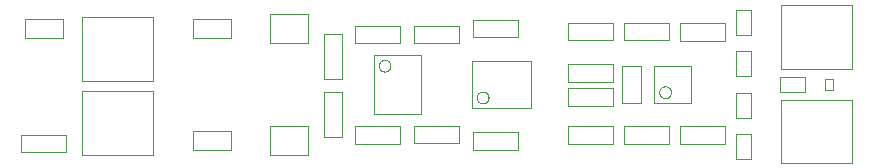
<source format=gbr>
%FSTAX23Y23*%
%MOMM*%
%SFA1B1*%

%IPPOS*%
%ADD43C,0.100000*%
%LNmicamp_mechanical_13-1*%
%LPD*%
G54D43*
X32599Y09599D02*
D01*
X32598Y09634*
X32595Y09669*
X32589Y09703*
X3258Y09737*
X32569Y0977*
X32556Y09803*
X32541Y09834*
X32524Y09864*
X32504Y09893*
X32483Y09921*
X32459Y09947*
X32434Y09971*
X32407Y09993*
X32379Y10014*
X32349Y10033*
X32319Y10049*
X32287Y10063*
X32254Y10075*
X3222Y10085*
X32186Y10092*
X32152Y10097*
X32117Y10099*
X32082*
X32047Y10097*
X32013Y10092*
X31979Y10085*
X31945Y10075*
X31912Y10063*
X3188Y10049*
X31849Y10033*
X3182Y10014*
X31792Y09993*
X31765Y09971*
X3174Y09947*
X31716Y09921*
X31695Y09893*
X31675Y09864*
X31658Y09834*
X31643Y09803*
X3163Y0977*
X31619Y09737*
X3161Y09703*
X31604Y09669*
X31601Y09634*
X31599Y09599*
X31601Y09565*
X31604Y0953*
X3161Y09496*
X31619Y09462*
X3163Y09428*
X31643Y09396*
X31658Y09365*
X31675Y09335*
X31695Y09306*
X31716Y09278*
X3174Y09252*
X31765Y09228*
X31792Y09205*
X3182Y09185*
X31849Y09166*
X3188Y0915*
X31912Y09136*
X31945Y09124*
X31979Y09114*
X32013Y09107*
X32047Y09102*
X32082Y091*
X32117*
X32152Y09102*
X32186Y09107*
X3222Y09114*
X32254Y09124*
X32287Y09136*
X32319Y0915*
X32349Y09166*
X32379Y09185*
X32407Y09205*
X32434Y09228*
X32459Y09252*
X32483Y09278*
X32504Y09306*
X32524Y09335*
X32541Y09365*
X32556Y09396*
X32569Y09428*
X3258Y09462*
X32589Y09496*
X32595Y0953*
X32598Y09565*
X32599Y09599*
X40899Y06899D02*
D01*
X40898Y06934*
X40895Y06969*
X40889Y07003*
X4088Y07037*
X40869Y07071*
X40856Y07103*
X40841Y07134*
X40824Y07164*
X40804Y07193*
X40783Y07221*
X40759Y07247*
X40734Y07271*
X40707Y07293*
X40679Y07314*
X40649Y07333*
X40619Y07349*
X40587Y07363*
X40554Y07375*
X4052Y07385*
X40486Y07392*
X40452Y07397*
X40417Y07399*
X40382*
X40347Y07397*
X40313Y07392*
X40279Y07385*
X40245Y07375*
X40212Y07363*
X4018Y07349*
X40149Y07333*
X4012Y07314*
X40092Y07293*
X40065Y07271*
X4004Y07247*
X40016Y07221*
X39995Y07193*
X39975Y07164*
X39958Y07134*
X39943Y07103*
X3993Y07071*
X39919Y07037*
X3991Y07003*
X39904Y06969*
X39901Y06934*
X39899Y06899*
X39901Y06865*
X39904Y0683*
X3991Y06796*
X39919Y06762*
X3993Y06728*
X39943Y06696*
X39958Y06665*
X39975Y06635*
X39995Y06606*
X40016Y06578*
X4004Y06552*
X40065Y06528*
X40092Y06505*
X4012Y06485*
X40149Y06466*
X4018Y0645*
X40212Y06436*
X40245Y06424*
X40279Y06414*
X40313Y06407*
X40347Y06402*
X40382Y064*
X40417*
X40452Y06402*
X40486Y06407*
X4052Y06414*
X40554Y06424*
X40587Y06436*
X40619Y0645*
X40649Y06466*
X40679Y06485*
X40707Y06505*
X40734Y06528*
X40759Y06552*
X40783Y06578*
X40804Y06606*
X40824Y06635*
X40841Y06665*
X40856Y06696*
X40869Y06728*
X4088Y06762*
X40889Y06796*
X40895Y0683*
X40898Y06865*
X40899Y06899*
X56349Y07349D02*
D01*
X56348Y07384*
X56345Y07419*
X56339Y07453*
X5633Y07487*
X56319Y0752*
X56306Y07553*
X56291Y07584*
X56274Y07614*
X56254Y07643*
X56233Y07671*
X56209Y07697*
X56184Y07721*
X56157Y07744*
X56129Y07764*
X56099Y07782*
X56069Y07799*
X56037Y07813*
X56004Y07825*
X5597Y07835*
X55936Y07842*
X55902Y07847*
X55867Y07849*
X55832*
X55797Y07847*
X55763Y07842*
X55729Y07835*
X55695Y07825*
X55662Y07813*
X5563Y07799*
X55599Y07782*
X5557Y07764*
X55542Y07744*
X55515Y07721*
X5549Y07697*
X55466Y07671*
X55445Y07643*
X55425Y07614*
X55408Y07584*
X55393Y07553*
X5538Y0752*
X55369Y07487*
X5536Y07453*
X55354Y07419*
X55351Y07384*
X55349Y07349*
X55351Y07315*
X55354Y0728*
X5536Y07246*
X55369Y07212*
X5538Y07178*
X55393Y07146*
X55408Y07115*
X55425Y07085*
X55445Y07056*
X55466Y07028*
X5549Y07002*
X55515Y06978*
X55542Y06955*
X5557Y06935*
X55599Y06916*
X5563Y069*
X55662Y06886*
X55695Y06874*
X55729Y06864*
X55763Y06857*
X55797Y06852*
X55832Y0685*
X55867*
X55902Y06852*
X55936Y06857*
X5597Y06864*
X56004Y06874*
X56037Y06886*
X56069Y069*
X56099Y06916*
X56129Y06935*
X56157Y06955*
X56184Y06978*
X56209Y07002*
X56233Y07028*
X56254Y07056*
X56274Y07085*
X56291Y07115*
X56306Y07146*
X56319Y07178*
X5633Y07212*
X56339Y07246*
X56345Y0728*
X56348Y07315*
X56349Y07349*
X31199Y05499D02*
X35199D01*
X31199Y10499D02*
X35199D01*
Y05499D02*
Y10499D01*
X31199Y05499D02*
Y10499D01*
X44499Y05999D02*
Y09999D01*
X39499Y05999D02*
Y09999D01*
X44499*
X39499Y05999D02*
X44499D01*
X54949Y06449D02*
X58049D01*
X54949Y09549D02*
X58049D01*
X54949Y06449D02*
Y09549D01*
X58049Y06449D02*
Y09549D01*
X47599Y08249D02*
Y09749D01*
X51399Y08249D02*
Y09749D01*
X47599D02*
X51399D01*
X47599Y08249D02*
X51399D01*
Y06224D02*
Y07724D01*
X47599Y06224D02*
Y07724D01*
Y06224D02*
X51399D01*
X47599Y07724D02*
X51399D01*
X26999Y12249D02*
X28499D01*
X26999Y08449D02*
X28499D01*
Y12249*
X26999Y08449D02*
Y12249D01*
X43399Y11999D02*
Y13499D01*
X39599Y11999D02*
Y13499D01*
Y11999D02*
X43399D01*
X39599Y13499D02*
X43399D01*
X33399Y11499D02*
Y12999D01*
X29599Y11499D02*
Y12999D01*
Y11499D02*
X33399D01*
X29599Y12999D02*
X33399D01*
X26999Y03599D02*
X28499D01*
X26999Y07399D02*
X28499D01*
X26999Y03599D02*
Y07399D01*
X28499Y03599D02*
Y07399D01*
X05149Y02249D02*
Y03749D01*
X01349Y02249D02*
Y03749D01*
Y02249D02*
X05149D01*
X01349Y03749D02*
X05149D01*
X38399Y11499D02*
Y12999D01*
X34599Y11499D02*
Y12999D01*
Y11499D02*
X38399D01*
X34599Y12999D02*
X38399D01*
X47599Y11749D02*
Y13249D01*
X51399Y11749D02*
Y13249D01*
X47599D02*
X51399D01*
X47599Y11749D02*
X51399D01*
X47599Y02949D02*
Y04449D01*
X51399Y02949D02*
Y04449D01*
X47599D02*
X51399D01*
X47599Y02949D02*
X51399D01*
X38399Y03024D02*
Y04524D01*
X34599Y03024D02*
Y04524D01*
Y03024D02*
X38399D01*
X34599Y04524D02*
X38399D01*
X33399Y02999D02*
Y04499D01*
X29599Y02999D02*
Y04499D01*
Y02999D02*
X33399D01*
X29599Y04499D02*
X33399D01*
X57099Y02999D02*
Y04499D01*
X60899Y02999D02*
Y04499D01*
X57099D02*
X60899D01*
X57099Y02999D02*
X60899D01*
X57099Y11724D02*
Y13224D01*
X60899Y11724D02*
Y13224D01*
X57099D02*
X60899D01*
X57099Y11724D02*
X60899D01*
X43399Y02499D02*
Y03999D01*
X39599Y02499D02*
Y03999D01*
Y02499D02*
X43399D01*
X39599Y03999D02*
X43399D01*
X56149Y02999D02*
Y04499D01*
X52349Y02999D02*
Y04499D01*
Y02999D02*
X56149D01*
X52349Y04499D02*
X56149D01*
X52349Y11749D02*
Y13249D01*
X56149Y11749D02*
Y13249D01*
X52349D02*
X56149D01*
X52349Y11749D02*
X56149D01*
X65599Y07349D02*
Y08649D01*
X67699Y07349D02*
Y08649D01*
X65599D02*
X67699D01*
X65599Y07349D02*
X67699D01*
X61849Y14299D02*
X63149D01*
X61849Y12199D02*
X63149D01*
Y14299*
X61849Y12199D02*
Y14299D01*
X70099Y07549D02*
Y08449D01*
X69399Y07549D02*
Y08449D01*
Y07549D02*
X70099D01*
X69399Y08449D02*
X70099D01*
X61849Y01724D02*
X63149D01*
X61849Y03824D02*
X63149D01*
X61849Y01724D02*
Y03824D01*
X63149Y01724D02*
Y03824D01*
X01649Y11949D02*
X04849D01*
X01649Y13549D02*
X04849D01*
Y11949D02*
Y13549D01*
X01649Y11949D02*
Y13549D01*
X53799Y06399D02*
Y09599D01*
X52199Y06399D02*
Y09599D01*
X53799*
X52199Y06399D02*
X53799D01*
X61849Y05199D02*
X63149D01*
X61849Y07299D02*
X63149D01*
X61849Y05199D02*
Y07299D01*
X63149Y05199D02*
Y07299D01*
X61849Y10799D02*
X63149D01*
X61849Y08699D02*
X63149D01*
Y10799*
X61849Y08699D02*
Y10799D01*
X65699Y09359D02*
Y14759D01*
X71699Y09359D02*
Y14759D01*
X65699D02*
X71699D01*
X65699Y09359D02*
X71699D01*
X06499Y08299D02*
Y13699D01*
X12499Y08299D02*
Y13699D01*
X06499D02*
X12499D01*
X06499Y08299D02*
X12499D01*
Y02049D02*
Y07449D01*
X06499Y02049D02*
Y07449D01*
Y02049D02*
X12499D01*
X06499Y07449D02*
X12499D01*
X15899Y11949D02*
X19099D01*
X15899Y13549D02*
X19099D01*
Y11949D02*
Y13549D01*
X15899Y11949D02*
Y13549D01*
Y04049D02*
X19099D01*
X15899Y02449D02*
X19099D01*
X15899D02*
Y04049D01*
X19099Y02449D02*
Y04049D01*
X22399Y11499D02*
X25599D01*
X22399Y13999D02*
X25599D01*
Y11499D02*
Y13999D01*
X22399Y11499D02*
Y13999D01*
Y04499D02*
X25599D01*
X22399Y01999D02*
X25599D01*
X22399D02*
Y04499D01*
X25599Y01999D02*
Y04499D01*
X65699Y01324D02*
Y06724D01*
X71699Y01324D02*
Y06724D01*
X65699D02*
X71699D01*
X65699Y01324D02*
X71699D01*
M02*
</source>
